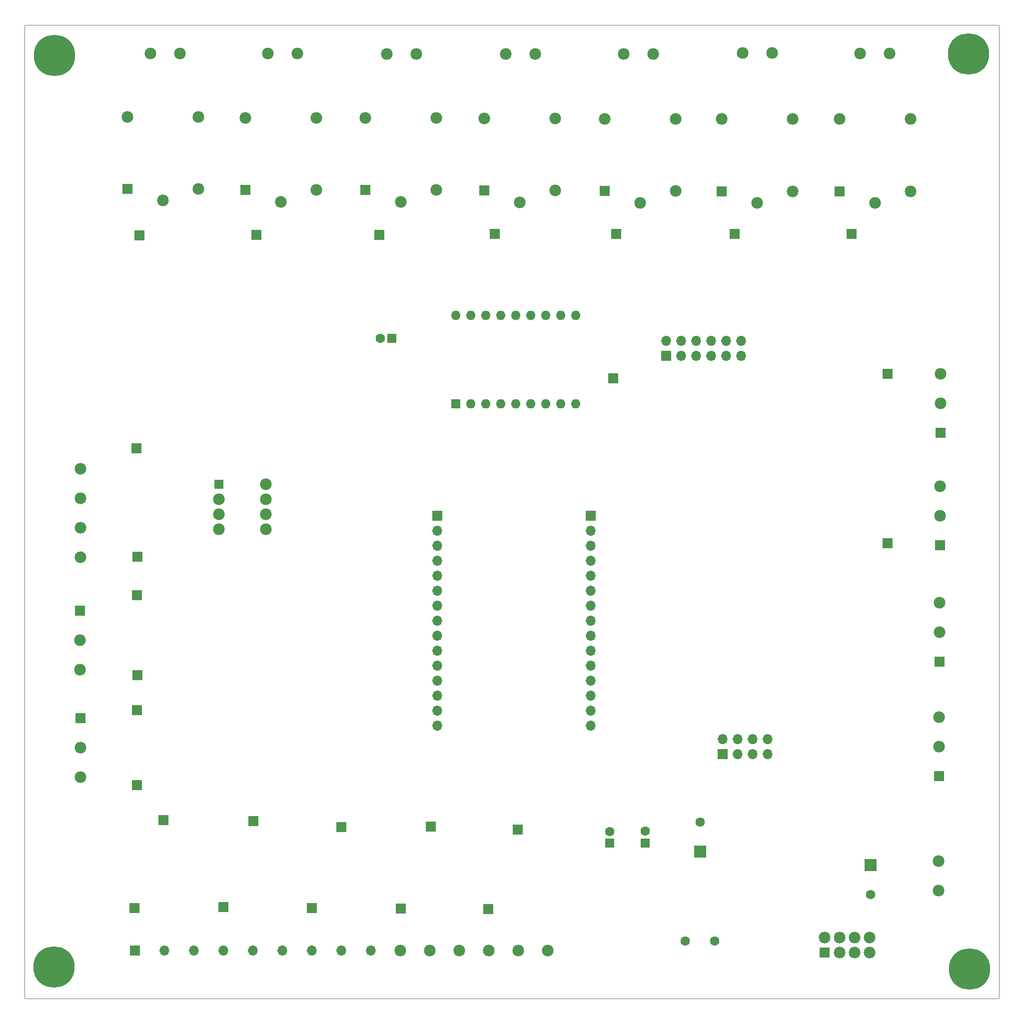
<source format=gbr>
%TF.GenerationSoftware,KiCad,Pcbnew,(6.0.7)*%
%TF.CreationDate,2022-10-24T16:35:41-03:00*%
%TF.ProjectId,PCB_Prototipo_Proyecto_Final,5043425f-5072-46f7-946f-7469706f5f50,rev?*%
%TF.SameCoordinates,PX7e4946aPYc6a19c0*%
%TF.FileFunction,Soldermask,Top*%
%TF.FilePolarity,Negative*%
%FSLAX46Y46*%
G04 Gerber Fmt 4.6, Leading zero omitted, Abs format (unit mm)*
G04 Created by KiCad (PCBNEW (6.0.7)) date 2022-10-24 16:35:41*
%MOMM*%
%LPD*%
G01*
G04 APERTURE LIST*
%TA.AperFunction,Profile*%
%ADD10C,0.100000*%
%TD*%
%ADD11C,1.980000*%
%ADD12R,1.700000X1.700000*%
%ADD13R,2.000000X2.000000*%
%ADD14C,1.600000*%
%ADD15C,7.000000*%
%ADD16R,1.600000X1.600000*%
%ADD17O,1.700000X1.700000*%
%ADD18O,1.600000X1.600000*%
G04 APERTURE END LIST*
D10*
X0Y0D02*
X165100000Y0D01*
X165100000Y0D02*
X165100000Y164940000D01*
X165100000Y164940000D02*
X0Y164940000D01*
X0Y164940000D02*
X0Y0D01*
D11*
%TO.C,K5*%
X130100000Y148950000D03*
X118100000Y148950000D03*
X124100000Y134750000D03*
X130100000Y136750000D03*
D12*
X118100000Y136750000D03*
%TD*%
%TO.C,J6*%
X154999286Y57010000D03*
D11*
X154999286Y62010000D03*
X154999286Y67010000D03*
%TD*%
D12*
%TO.C,J23*%
X68829286Y29130000D03*
%TD*%
D13*
%TO.C,C15*%
X114474286Y24854823D03*
D14*
X114474286Y29854823D03*
%TD*%
D11*
%TO.C,J16*%
X121639286Y160120000D03*
X126639286Y160120000D03*
%TD*%
D15*
%TO.C,*%
X5080000Y159710000D03*
%TD*%
D12*
%TO.C,J33*%
X120309286Y129484000D03*
%TD*%
%TO.C,J46*%
X146200000Y105800000D03*
%TD*%
%TO.C,J40*%
X18629286Y15330000D03*
%TD*%
D16*
%TO.C,C18*%
X99139286Y26289775D03*
D14*
X99139286Y28289775D03*
%TD*%
D15*
%TO.C,*%
X5000000Y5300000D03*
%TD*%
D16*
%TO.C,IC1*%
X32909286Y87070000D03*
D11*
X32909286Y84530000D03*
X32909286Y81990000D03*
X32909286Y79450000D03*
X40849286Y79450000D03*
X40849286Y81990000D03*
X40849286Y84530000D03*
X40849286Y87070000D03*
%TD*%
%TO.C,K1*%
X89900000Y149062500D03*
X77900000Y149062500D03*
X83900000Y134862500D03*
X89900000Y136862500D03*
D12*
X77900000Y136862500D03*
%TD*%
%TO.C,J32*%
X60049286Y129380000D03*
%TD*%
D13*
%TO.C,C14*%
X143339286Y22567677D03*
D14*
X143339286Y17567677D03*
%TD*%
D12*
%TO.C,J34*%
X99700000Y105050000D03*
%TD*%
D11*
%TO.C,K2*%
X29400000Y149362500D03*
X17400000Y149362500D03*
X23400000Y135162500D03*
X29400000Y137162500D03*
D12*
X17400000Y137162500D03*
%TD*%
%TO.C,J29*%
X18979286Y48810000D03*
%TD*%
%TO.C,J19*%
X18963286Y93218000D03*
%TD*%
%TO.C,J10*%
X18649286Y8120000D03*
D17*
X23649286Y8120000D03*
X28649286Y8120000D03*
X33649286Y8120000D03*
X38649286Y8120000D03*
X43649286Y8120000D03*
X48649286Y8120000D03*
X53649286Y8120000D03*
X58649286Y8120000D03*
D11*
X63649286Y8120000D03*
X68649286Y8120000D03*
X73649286Y8120000D03*
X78649286Y8120000D03*
X83649286Y8120000D03*
X88649286Y8120000D03*
%TD*%
D12*
%TO.C,J5*%
X9489286Y47450000D03*
D11*
X9489286Y42450000D03*
X9489286Y37450000D03*
%TD*%
D12*
%TO.C,J35*%
X100243286Y129484000D03*
%TD*%
%TO.C,J26*%
X78529286Y15130000D03*
%TD*%
%TO.C,J21*%
X108700000Y108850000D03*
D17*
X108700000Y111390000D03*
X111240000Y108850000D03*
X111240000Y111390000D03*
X113780000Y108850000D03*
X113780000Y111390000D03*
X116320000Y108850000D03*
X116320000Y111390000D03*
X118860000Y108850000D03*
X118860000Y111390000D03*
X121400000Y108850000D03*
X121400000Y111390000D03*
%TD*%
D11*
%TO.C,K7*%
X49400000Y149162500D03*
X37400000Y149162500D03*
X43400000Y134962500D03*
X49400000Y136962500D03*
D12*
X37400000Y136962500D03*
%TD*%
%TO.C,J20*%
X118277286Y41402000D03*
D17*
X118277286Y43942000D03*
X120817286Y41402000D03*
X120817286Y43942000D03*
X123357286Y41402000D03*
X123357286Y43942000D03*
X125897286Y41402000D03*
X125897286Y43942000D03*
%TD*%
D12*
%TO.C,J8*%
X154869286Y37630000D03*
D11*
X154869286Y42630000D03*
X154869286Y47630000D03*
%TD*%
%TO.C,K6*%
X110300000Y148962500D03*
X98300000Y148962500D03*
X104300000Y134762500D03*
X110300000Y136762500D03*
D12*
X98300000Y136762500D03*
%TD*%
%TO.C,J37*%
X63729286Y15230000D03*
%TD*%
%TO.C,J24*%
X19079286Y74780000D03*
%TD*%
D11*
%TO.C,J18*%
X41219286Y160060000D03*
X46219286Y160060000D03*
%TD*%
D14*
%TO.C,L1*%
X116874286Y9722500D03*
X111874286Y9722500D03*
%TD*%
D15*
%TO.C,*%
X159933286Y159964000D03*
%TD*%
D16*
%TO.C,U3*%
X73065286Y100700000D03*
D18*
X75605286Y100700000D03*
X78145286Y100700000D03*
X80685286Y100700000D03*
X83225286Y100700000D03*
X85765286Y100700000D03*
X88305286Y100700000D03*
X90845286Y100700000D03*
X93385286Y100700000D03*
X93385286Y115700000D03*
X90845286Y115700000D03*
X88305286Y115700000D03*
X85765286Y115700000D03*
X83225286Y115700000D03*
X80685286Y115700000D03*
X78145286Y115700000D03*
X75605286Y115700000D03*
X73065286Y115700000D03*
%TD*%
D11*
%TO.C,K4*%
X69700000Y149162500D03*
X57700000Y149162500D03*
X63700000Y134962500D03*
X69700000Y136962500D03*
D12*
X57700000Y136962500D03*
%TD*%
%TO.C,J45*%
X23535286Y30226000D03*
%TD*%
D16*
%TO.C,C19*%
X62239286Y111850000D03*
D14*
X60239286Y111850000D03*
%TD*%
D12*
%TO.C,J38*%
X48629286Y15330000D03*
%TD*%
D11*
%TO.C,J4*%
X9429286Y89730000D03*
X9429286Y84730000D03*
X9429286Y79730000D03*
X9429286Y74730000D03*
%TD*%
D16*
%TO.C,C17*%
X105139286Y26344887D03*
D14*
X105139286Y28344887D03*
%TD*%
D12*
%TO.C,J22*%
X83529286Y28630000D03*
%TD*%
D11*
%TO.C,J13*%
X21299286Y160110000D03*
X26299286Y160110000D03*
%TD*%
D12*
%TO.C,J7*%
X155159286Y95820000D03*
D11*
X155159286Y100820000D03*
X155159286Y105820000D03*
%TD*%
D12*
%TO.C,J30*%
X79669286Y129484000D03*
%TD*%
%TO.C,J11*%
X9399286Y65670000D03*
D11*
X9399286Y60670000D03*
X9399286Y55670000D03*
%TD*%
%TO.C,J1*%
X154829286Y23240000D03*
X154829286Y18240000D03*
%TD*%
%TO.C,J14*%
X141559286Y160060000D03*
X146559286Y160060000D03*
%TD*%
D12*
%TO.C,J9*%
X155069286Y76770000D03*
D11*
X155069286Y81770000D03*
X155069286Y86770000D03*
%TD*%
D12*
%TO.C,J3*%
X95899286Y81770000D03*
D17*
X95899286Y79230000D03*
X95899286Y76690000D03*
X95899286Y74150000D03*
X95899286Y71610000D03*
X95899286Y69070000D03*
X95899286Y66530000D03*
X95899286Y63990000D03*
X95899286Y61450000D03*
X95899286Y58910000D03*
X95899286Y56370000D03*
X95899286Y53830000D03*
X95899286Y51290000D03*
X95899286Y48750000D03*
X95899286Y46210000D03*
%TD*%
D12*
%TO.C,J2*%
X69900000Y81775000D03*
D17*
X69900000Y79235000D03*
X69900000Y76695000D03*
X69900000Y74155000D03*
X69900000Y71615000D03*
X69900000Y69075000D03*
X69900000Y66535000D03*
X69900000Y63995000D03*
X69900000Y61455000D03*
X69900000Y58915000D03*
X69900000Y56375000D03*
X69900000Y53835000D03*
X69900000Y51295000D03*
X69900000Y48755000D03*
X69900000Y46215000D03*
%TD*%
D12*
%TO.C,J41*%
X19059286Y36090000D03*
%TD*%
%TO.C,J42*%
X19069286Y54750000D03*
%TD*%
%TO.C,J28*%
X18999286Y68300000D03*
%TD*%
%TO.C,J39*%
X33629286Y15430000D03*
%TD*%
%TO.C,J36*%
X39249286Y129330000D03*
%TD*%
D11*
%TO.C,J15*%
X61329286Y160000000D03*
X66329286Y160000000D03*
%TD*%
%TO.C,J12*%
X81489286Y160000000D03*
X86489286Y160000000D03*
%TD*%
D12*
%TO.C,J47*%
X146200000Y77100000D03*
%TD*%
%TO.C,J25*%
X38729286Y30030000D03*
%TD*%
D11*
%TO.C,K3*%
X150100000Y148950000D03*
X138100000Y148950000D03*
X144100000Y134750000D03*
X150100000Y136750000D03*
D12*
X138100000Y136750000D03*
%TD*%
%TO.C,J43*%
X135519286Y7765000D03*
D11*
X135519286Y10305000D03*
X138059286Y7765000D03*
X138059286Y10305000D03*
X140599286Y7765000D03*
X140599286Y10305000D03*
X143139286Y7765000D03*
X143139286Y10305000D03*
%TD*%
%TO.C,J17*%
X101469286Y160000000D03*
X106469286Y160000000D03*
%TD*%
D12*
%TO.C,J31*%
X140121286Y129484000D03*
%TD*%
%TO.C,J27*%
X53629286Y29030000D03*
%TD*%
%TO.C,J44*%
X19471286Y129230000D03*
%TD*%
D15*
%TO.C,*%
X160100000Y5000000D03*
%TD*%
M02*

</source>
